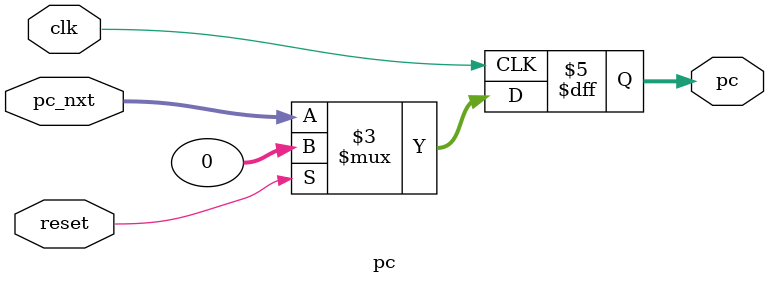
<source format=v>
module pc(clk, reset,pc_nxt,pc);
input wire clk,reset;
input wire [31:0]pc_nxt;
output reg [31:0]pc;

always @(posedge clk)
begin
    if(reset)
        pc <= 32'b0;
    else
        pc <= pc_nxt;
end

endmodule
</source>
